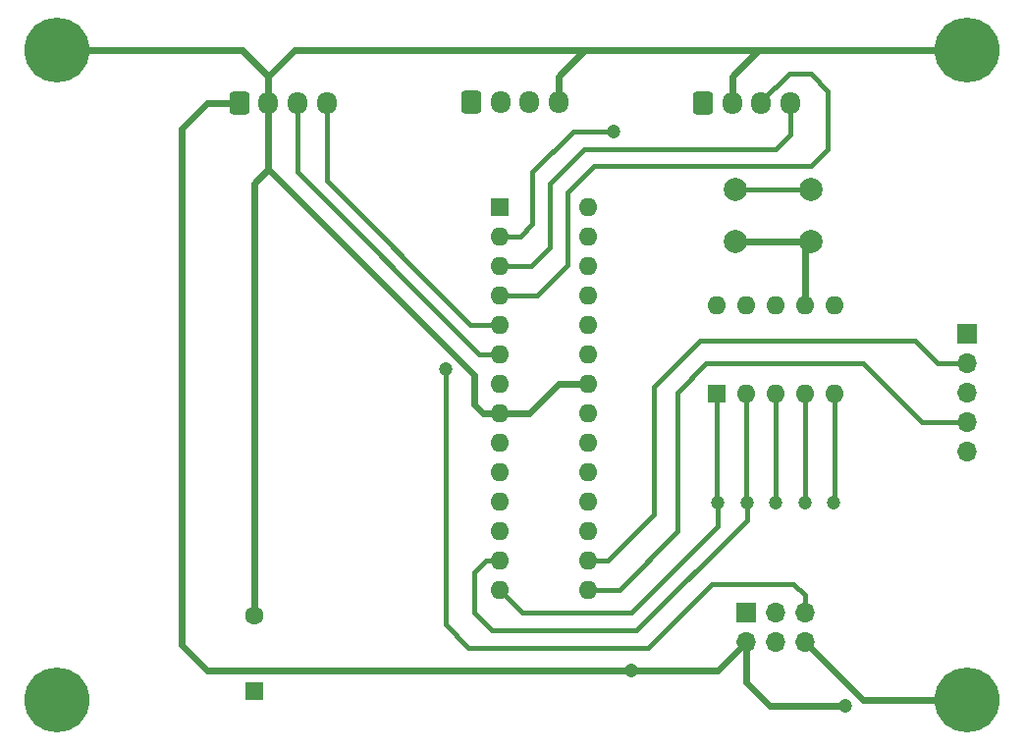
<source format=gbr>
%TF.GenerationSoftware,KiCad,Pcbnew,7.0.1-3b83917a11~172~ubuntu20.04.1*%
%TF.CreationDate,2023-04-17T17:43:15+05:30*%
%TF.ProjectId,motor controller,6d6f746f-7220-4636-9f6e-74726f6c6c65,rev?*%
%TF.SameCoordinates,Original*%
%TF.FileFunction,Copper,L2,Bot*%
%TF.FilePolarity,Positive*%
%FSLAX46Y46*%
G04 Gerber Fmt 4.6, Leading zero omitted, Abs format (unit mm)*
G04 Created by KiCad (PCBNEW 7.0.1-3b83917a11~172~ubuntu20.04.1) date 2023-04-17 17:43:15*
%MOMM*%
%LPD*%
G01*
G04 APERTURE LIST*
G04 Aperture macros list*
%AMRoundRect*
0 Rectangle with rounded corners*
0 $1 Rounding radius*
0 $2 $3 $4 $5 $6 $7 $8 $9 X,Y pos of 4 corners*
0 Add a 4 corners polygon primitive as box body*
4,1,4,$2,$3,$4,$5,$6,$7,$8,$9,$2,$3,0*
0 Add four circle primitives for the rounded corners*
1,1,$1+$1,$2,$3*
1,1,$1+$1,$4,$5*
1,1,$1+$1,$6,$7*
1,1,$1+$1,$8,$9*
0 Add four rect primitives between the rounded corners*
20,1,$1+$1,$2,$3,$4,$5,0*
20,1,$1+$1,$4,$5,$6,$7,0*
20,1,$1+$1,$6,$7,$8,$9,0*
20,1,$1+$1,$8,$9,$2,$3,0*%
G04 Aperture macros list end*
%TA.AperFunction,ComponentPad*%
%ADD10R,1.600000X1.600000*%
%TD*%
%TA.AperFunction,ComponentPad*%
%ADD11O,1.600000X1.600000*%
%TD*%
%TA.AperFunction,ComponentPad*%
%ADD12RoundRect,0.250000X-0.600000X-0.725000X0.600000X-0.725000X0.600000X0.725000X-0.600000X0.725000X0*%
%TD*%
%TA.AperFunction,ComponentPad*%
%ADD13O,1.700000X1.950000*%
%TD*%
%TA.AperFunction,ComponentPad*%
%ADD14C,2.000000*%
%TD*%
%TA.AperFunction,ComponentPad*%
%ADD15C,5.600000*%
%TD*%
%TA.AperFunction,ComponentPad*%
%ADD16C,1.600000*%
%TD*%
%TA.AperFunction,ComponentPad*%
%ADD17R,1.700000X1.700000*%
%TD*%
%TA.AperFunction,ComponentPad*%
%ADD18O,1.700000X1.700000*%
%TD*%
%TA.AperFunction,ViaPad*%
%ADD19C,1.200000*%
%TD*%
%TA.AperFunction,Conductor*%
%ADD20C,0.600000*%
%TD*%
%TA.AperFunction,Conductor*%
%ADD21C,0.400000*%
%TD*%
G04 APERTURE END LIST*
D10*
%TO.P,J2,1,Pin_1*%
%TO.N,/S1*%
X109915000Y-82620000D03*
D11*
%TO.P,J2,2,Pin_2*%
%TO.N,/S2*%
X112455000Y-82620000D03*
%TO.P,J2,3,Pin_3*%
%TO.N,/S3*%
X114995000Y-82620000D03*
%TO.P,J2,4,Pin_4*%
%TO.N,/S4*%
X117535000Y-82620000D03*
%TO.P,J2,5,Pin_5*%
%TO.N,/S5*%
X120075000Y-82620000D03*
%TO.P,J2,6,Pin_6*%
%TO.N,GND*%
X120075000Y-75000000D03*
%TO.P,J2,7,Pin_7*%
X117535000Y-75000000D03*
%TO.P,J2,8,Pin_8*%
X114995000Y-75000000D03*
%TO.P,J2,9,Pin_9*%
X112455000Y-75000000D03*
%TO.P,J2,10,Pin_10*%
X109915000Y-75000000D03*
%TD*%
D12*
%TO.P,J5,1,Pin_1*%
%TO.N,+5V*%
X68750000Y-57532500D03*
D13*
%TO.P,J5,2,Pin_2*%
%TO.N,GND*%
X71250000Y-57532500D03*
%TO.P,J5,3,Pin_3*%
%TO.N,/M1A*%
X73750000Y-57532500D03*
%TO.P,J5,4,Pin_4*%
%TO.N,/M1B*%
X76250000Y-57532500D03*
%TD*%
D14*
%TO.P,SW1,1,1*%
%TO.N,/RST1*%
X111500000Y-65000000D03*
X118000000Y-65000000D03*
%TO.P,SW1,2,2*%
%TO.N,GND*%
X111500000Y-69500000D03*
X118000000Y-69500000D03*
%TD*%
D12*
%TO.P,J6,1,Pin_1*%
%TO.N,+5V*%
X108750000Y-57532500D03*
D13*
%TO.P,J6,2,Pin_2*%
%TO.N,GND*%
X111250000Y-57532500D03*
%TO.P,J6,3,Pin_3*%
%TO.N,/M2A*%
X113750000Y-57532500D03*
%TO.P,J6,4,Pin_4*%
%TO.N,/M2B*%
X116250000Y-57532500D03*
%TD*%
D15*
%TO.P,H2,1,1*%
%TO.N,GND*%
X131500000Y-53000000D03*
%TD*%
D10*
%TO.P,BZ1,1,-*%
%TO.N,Net-(BZ1--)*%
X70000000Y-108250000D03*
D16*
%TO.P,BZ1,2,+*%
%TO.N,GND*%
X70000000Y-101750000D03*
%TD*%
D15*
%TO.P,H3,1,1*%
%TO.N,GND*%
X53000000Y-53000000D03*
%TD*%
%TO.P,H1,1,1*%
%TO.N,GND*%
X53000000Y-109000000D03*
%TD*%
%TO.P,H4,1,1*%
%TO.N,GND*%
X131500000Y-109000000D03*
%TD*%
D12*
%TO.P,J3,1,Pin_1*%
%TO.N,+5V*%
X88750000Y-57500000D03*
D13*
%TO.P,J3,2,Pin_2*%
%TO.N,/SCL*%
X91250000Y-57500000D03*
%TO.P,J3,3,Pin_3*%
%TO.N,/SDA*%
X93750000Y-57500000D03*
%TO.P,J3,4,Pin_4*%
%TO.N,GND*%
X96250000Y-57500000D03*
%TD*%
D17*
%TO.P,J1,1,Pin_1*%
%TO.N,/MISO*%
X112460000Y-101460000D03*
D18*
%TO.P,J1,2,Pin_2*%
%TO.N,+5V*%
X112460000Y-104000000D03*
%TO.P,J1,3,Pin_3*%
%TO.N,/SCK*%
X115000000Y-101460000D03*
%TO.P,J1,4,Pin_4*%
%TO.N,/MOSI*%
X115000000Y-104000000D03*
%TO.P,J1,5,Pin_5*%
%TO.N,/RST*%
X117540000Y-101460000D03*
%TO.P,J1,6,Pin_6*%
%TO.N,GND*%
X117540000Y-104000000D03*
%TD*%
D10*
%TO.P,U1,1,~{RESET}/PC6*%
%TO.N,/RST*%
X91200000Y-66500000D03*
D11*
%TO.P,U1,2,PD0*%
%TO.N,/DM1*%
X91200000Y-69040000D03*
%TO.P,U1,3,PD1*%
%TO.N,/M2B*%
X91200000Y-71580000D03*
%TO.P,U1,4,PD2*%
%TO.N,/M2A*%
X91200000Y-74120000D03*
%TO.P,U1,5,PD3*%
%TO.N,/M1B*%
X91200000Y-76660000D03*
%TO.P,U1,6,PD4*%
%TO.N,/M1A*%
X91200000Y-79200000D03*
%TO.P,U1,7,VCC*%
%TO.N,+5V*%
X91200000Y-81740000D03*
%TO.P,U1,8,GND*%
%TO.N,GND*%
X91200000Y-84280000D03*
%TO.P,U1,9,XTAL1/PB6*%
%TO.N,Net-(U1-XTAL1{slash}PB6)*%
X91200000Y-86820000D03*
%TO.P,U1,10,XTAL2/PB7*%
%TO.N,Net-(U1-XTAL2{slash}PB7)*%
X91200000Y-89360000D03*
%TO.P,U1,11,PD5*%
%TO.N,/LED*%
X91200000Y-91900000D03*
%TO.P,U1,12,PD6*%
%TO.N,/BUZZ*%
X91200000Y-94440000D03*
%TO.P,U1,13,PD7*%
%TO.N,/S2*%
X91200000Y-96980000D03*
%TO.P,U1,14,PB0*%
%TO.N,/S1*%
X91200000Y-99520000D03*
%TO.P,U1,15,PB1*%
%TO.N,/PM2*%
X98820000Y-99520000D03*
%TO.P,U1,16,PB2*%
%TO.N,/PM1*%
X98820000Y-96980000D03*
%TO.P,U1,17,PB3*%
%TO.N,/MOSI*%
X98820000Y-94440000D03*
%TO.P,U1,18,PB4*%
%TO.N,/MISO*%
X98820000Y-91900000D03*
%TO.P,U1,19,PB5*%
%TO.N,/SCK*%
X98820000Y-89360000D03*
%TO.P,U1,20,AVCC*%
%TO.N,+5V*%
X98820000Y-86820000D03*
%TO.P,U1,21,AREF*%
X98820000Y-84280000D03*
%TO.P,U1,22,GND*%
%TO.N,GND*%
X98820000Y-81740000D03*
%TO.P,U1,23,PC0*%
%TO.N,/S5*%
X98820000Y-79200000D03*
%TO.P,U1,24,PC1*%
%TO.N,/S4*%
X98820000Y-76660000D03*
%TO.P,U1,25,PC2*%
%TO.N,/S3*%
X98820000Y-74120000D03*
%TO.P,U1,26,PC3*%
%TO.N,/DM2*%
X98820000Y-71580000D03*
%TO.P,U1,27,PC4*%
%TO.N,/SDA*%
X98820000Y-69040000D03*
%TO.P,U1,28,PC5*%
%TO.N,/SCL*%
X98820000Y-66500000D03*
%TD*%
D17*
%TO.P,J4,1,Pin_1*%
%TO.N,/DM1*%
X131525000Y-77450000D03*
D18*
%TO.P,J4,2,Pin_2*%
%TO.N,/PM1*%
X131525000Y-79990000D03*
%TO.P,J4,3,Pin_3*%
%TO.N,/DM2*%
X131525000Y-82530000D03*
%TO.P,J4,4,Pin_4*%
%TO.N,/PM2*%
X131525000Y-85070000D03*
%TO.P,J4,5,Pin_5*%
%TO.N,GND*%
X131525000Y-87610000D03*
%TD*%
D19*
%TO.N,+5V*%
X102500000Y-106500000D03*
X121000000Y-109500000D03*
%TO.N,/DM1*%
X101000000Y-60000000D03*
%TO.N,/S5*%
X120000000Y-92000000D03*
%TO.N,/S1*%
X110000000Y-92000000D03*
%TO.N,/S2*%
X112500000Y-92000000D03*
%TO.N,/S3*%
X115000000Y-92000000D03*
%TO.N,/S4*%
X117500000Y-92000000D03*
%TO.N,/RST*%
X86500000Y-80500000D03*
%TD*%
D20*
%TO.N,GND*%
X93720000Y-84280000D02*
X91200000Y-84280000D01*
X98820000Y-81740000D02*
X96260000Y-81740000D01*
X111250000Y-57532500D02*
X111250000Y-55250000D01*
X71250000Y-55250000D02*
X73500000Y-53000000D01*
X111250000Y-55250000D02*
X113500000Y-53000000D01*
X70000000Y-64500000D02*
X71250000Y-63250000D01*
X69000000Y-53000000D02*
X71250000Y-55250000D01*
X117535000Y-75000000D02*
X117535000Y-69965000D01*
X89000000Y-81000000D02*
X71250000Y-63250000D01*
X122540000Y-109000000D02*
X117540000Y-104000000D01*
X91200000Y-84280000D02*
X89780000Y-84280000D01*
X98500000Y-53000000D02*
X99500000Y-53000000D01*
X73500000Y-53000000D02*
X99500000Y-53000000D01*
X117535000Y-69965000D02*
X118000000Y-69500000D01*
X115000000Y-53000000D02*
X131500000Y-53000000D01*
X99500000Y-53000000D02*
X115000000Y-53000000D01*
X96260000Y-81740000D02*
X93720000Y-84280000D01*
X89780000Y-84280000D02*
X89000000Y-83500000D01*
X70000000Y-101750000D02*
X70000000Y-64500000D01*
X71250000Y-63250000D02*
X71250000Y-57532500D01*
X113500000Y-53000000D02*
X115000000Y-53000000D01*
X131500000Y-109000000D02*
X122540000Y-109000000D01*
X53000000Y-53000000D02*
X69000000Y-53000000D01*
X118000000Y-69500000D02*
X111500000Y-69500000D01*
X89000000Y-83500000D02*
X89000000Y-81000000D01*
X71250000Y-57532500D02*
X71250000Y-55250000D01*
X96250000Y-57500000D02*
X96250000Y-55250000D01*
X96250000Y-55250000D02*
X98500000Y-53000000D01*
%TO.N,+5V*%
X112460000Y-107460000D02*
X114500000Y-109500000D01*
X109960000Y-106500000D02*
X112460000Y-104000000D01*
X112460000Y-104000000D02*
X112460000Y-107460000D01*
X68750000Y-57532500D02*
X65967500Y-57532500D01*
X102500000Y-106500000D02*
X109960000Y-106500000D01*
X63750000Y-59750000D02*
X63750000Y-104250000D01*
X65967500Y-57532500D02*
X63750000Y-59750000D01*
X121000000Y-109500000D02*
X114500000Y-109500000D01*
X66000000Y-106500000D02*
X102500000Y-106500000D01*
X63750000Y-104250000D02*
X66000000Y-106500000D01*
D21*
%TO.N,/DM1*%
X97500000Y-60000000D02*
X101000000Y-60000000D01*
X92960000Y-69040000D02*
X94000000Y-68000000D01*
X91200000Y-69040000D02*
X92960000Y-69040000D01*
X94000000Y-68000000D02*
X94000000Y-63500000D01*
X94000000Y-63500000D02*
X97500000Y-60000000D01*
%TO.N,/PM1*%
X128990000Y-79990000D02*
X131525000Y-79990000D01*
X108500000Y-78000000D02*
X127000000Y-78000000D01*
X98820000Y-96980000D02*
X100520000Y-96980000D01*
X104500000Y-82000000D02*
X108500000Y-78000000D01*
X104500000Y-93000000D02*
X104500000Y-82000000D01*
X127000000Y-78000000D02*
X128990000Y-79990000D01*
X100520000Y-96980000D02*
X104500000Y-93000000D01*
%TO.N,/PM2*%
X98820000Y-99520000D02*
X101480000Y-99520000D01*
X122500000Y-80000000D02*
X127570000Y-85070000D01*
X127570000Y-85070000D02*
X131525000Y-85070000D01*
X106500000Y-94500000D02*
X106500000Y-82500000D01*
X106500000Y-82500000D02*
X109000000Y-80000000D01*
X101480000Y-99520000D02*
X106500000Y-94500000D01*
X109000000Y-80000000D02*
X122500000Y-80000000D01*
%TO.N,/S5*%
X120075000Y-91925000D02*
X120000000Y-92000000D01*
X120075000Y-82620000D02*
X120075000Y-91925000D01*
%TO.N,/M1A*%
X89450000Y-79200000D02*
X73750000Y-63500000D01*
X91200000Y-79200000D02*
X89450000Y-79200000D01*
X73750000Y-63500000D02*
X73750000Y-57532500D01*
%TO.N,/M1B*%
X76250000Y-64250000D02*
X76250000Y-57532500D01*
X91200000Y-76660000D02*
X88660000Y-76660000D01*
X88660000Y-76660000D02*
X76250000Y-64250000D01*
%TO.N,/M2A*%
X113750000Y-57407500D02*
X116157500Y-55000000D01*
X116157500Y-55000000D02*
X118000000Y-55000000D01*
X118000000Y-55000000D02*
X119500000Y-56500000D01*
X113750000Y-57532500D02*
X113750000Y-57407500D01*
X91200000Y-74120000D02*
X94380000Y-74120000D01*
X119500000Y-61500000D02*
X118000000Y-63000000D01*
X118000000Y-63000000D02*
X99278488Y-63000000D01*
X97000000Y-71500000D02*
X97000000Y-66500000D01*
X99278488Y-63000000D02*
X97000000Y-65278488D01*
X97000000Y-65278488D02*
X97000000Y-68320000D01*
X96500000Y-72000000D02*
X97000000Y-71500000D01*
X97000000Y-66500000D02*
X97000000Y-65500000D01*
X119500000Y-56500000D02*
X119500000Y-61500000D01*
X94380000Y-74120000D02*
X96500000Y-72000000D01*
%TO.N,/M2B*%
X91200000Y-71580000D02*
X93920000Y-71580000D01*
X95500000Y-64500000D02*
X98500000Y-61500000D01*
X98500000Y-61500000D02*
X115000000Y-61500000D01*
X93920000Y-71580000D02*
X95500000Y-70000000D01*
X95500000Y-70000000D02*
X95500000Y-64500000D01*
X116250000Y-60250000D02*
X116250000Y-57532500D01*
X115000000Y-61500000D02*
X116250000Y-60250000D01*
%TO.N,/S1*%
X93180000Y-101500000D02*
X102500000Y-101500000D01*
X102500000Y-101500000D02*
X110000000Y-94000000D01*
X91200000Y-99520000D02*
X93180000Y-101500000D01*
X110000000Y-94000000D02*
X110000000Y-92000000D01*
X109915000Y-91915000D02*
X110000000Y-92000000D01*
X109915000Y-82620000D02*
X109915000Y-91915000D01*
%TO.N,/S2*%
X89000000Y-101500000D02*
X89000000Y-98000000D01*
X90020000Y-96980000D02*
X91200000Y-96980000D01*
X90500000Y-103000000D02*
X89000000Y-101500000D01*
X89000000Y-98000000D02*
X90020000Y-96980000D01*
X112455000Y-91955000D02*
X112500000Y-92000000D01*
X103000000Y-103000000D02*
X90500000Y-103000000D01*
X112500000Y-92000000D02*
X112500000Y-93500000D01*
X112455000Y-82620000D02*
X112455000Y-91955000D01*
X112500000Y-93500000D02*
X103000000Y-103000000D01*
%TO.N,/S3*%
X114995000Y-91995000D02*
X115000000Y-92000000D01*
X114995000Y-82620000D02*
X114995000Y-91995000D01*
%TO.N,/S4*%
X117535000Y-82620000D02*
X117535000Y-91965000D01*
X117535000Y-91965000D02*
X117500000Y-92000000D01*
%TO.N,/RST1*%
X118000000Y-65000000D02*
X111500000Y-65000000D01*
%TO.N,/RST*%
X88500000Y-104500000D02*
X86500000Y-102500000D01*
X104000000Y-104500000D02*
X94500000Y-104500000D01*
X116500000Y-99000000D02*
X115500000Y-99000000D01*
X117540000Y-101460000D02*
X117540000Y-100040000D01*
X109500000Y-99000000D02*
X106500000Y-102000000D01*
X117540000Y-100040000D02*
X117500000Y-100000000D01*
X115500000Y-99000000D02*
X109500000Y-99000000D01*
X117500000Y-100000000D02*
X116500000Y-99000000D01*
X86500000Y-102500000D02*
X86500000Y-80500000D01*
X94500000Y-104500000D02*
X88500000Y-104500000D01*
X106500000Y-102000000D02*
X104000000Y-104500000D01*
%TD*%
M02*

</source>
